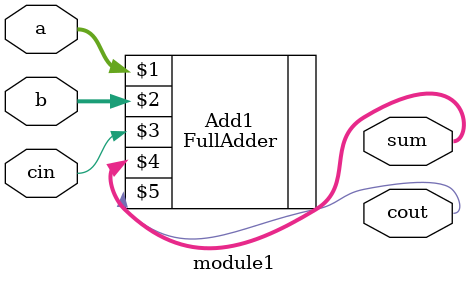
<source format=v>
module module1(a, b, cin, sum, cout);
	input [3:0] a, b;
	input cin;
	output [3:0] sum;
	output cout;
	FullAdder Add1(a, b, cin, sum, cout);
endmodule 
</source>
